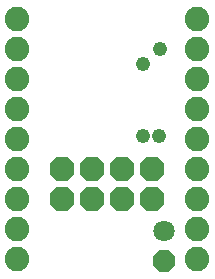
<source format=gts>
G75*
%MOIN*%
%OFA0B0*%
%FSLAX25Y25*%
%IPPOS*%
%LPD*%
%AMOC8*
5,1,8,0,0,1.08239X$1,22.5*
%
%ADD10OC8,0.08200*%
%ADD11OC8,0.07100*%
%ADD12C,0.07100*%
%ADD13C,0.08200*%
%ADD14C,0.04762*%
D10*
X0024000Y0026925D03*
X0024000Y0036925D03*
X0034000Y0036925D03*
X0034000Y0026925D03*
X0044000Y0026925D03*
X0044000Y0036925D03*
X0054000Y0036925D03*
X0054000Y0026925D03*
D11*
X0057750Y0006300D03*
D12*
X0057750Y0016300D03*
D13*
X0009000Y0006925D03*
X0009000Y0016925D03*
X0009000Y0026925D03*
X0009000Y0036925D03*
X0009000Y0046925D03*
X0009000Y0056925D03*
X0009000Y0066925D03*
X0009000Y0076925D03*
X0009000Y0086925D03*
X0069000Y0086925D03*
X0069000Y0076925D03*
X0069000Y0066925D03*
X0069000Y0056925D03*
X0069000Y0046925D03*
X0069000Y0036925D03*
X0069000Y0026925D03*
X0069000Y0016925D03*
X0069000Y0006925D03*
D14*
X0056187Y0047862D03*
X0050875Y0047862D03*
X0050875Y0071925D03*
X0056500Y0076925D03*
M02*

</source>
